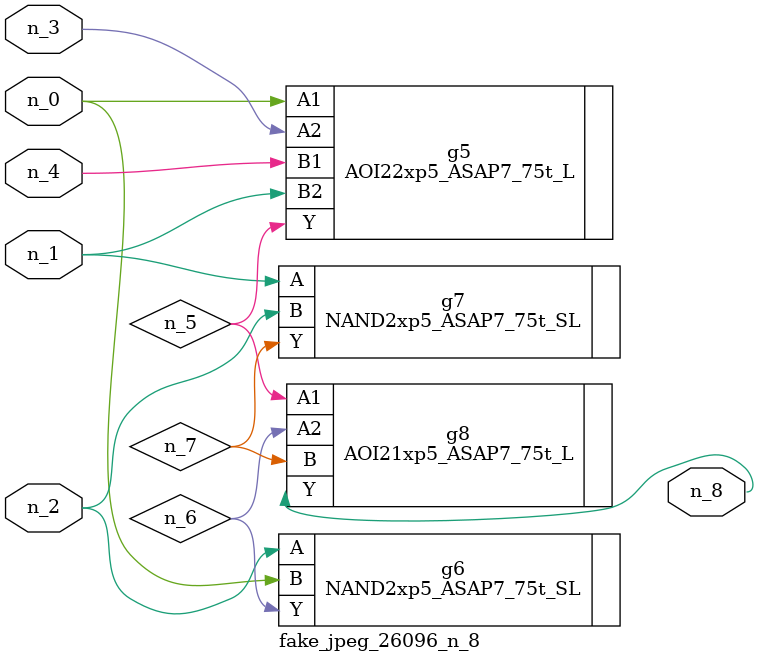
<source format=v>
module fake_jpeg_26096_n_8 (n_3, n_2, n_1, n_0, n_4, n_8);

input n_3;
input n_2;
input n_1;
input n_0;
input n_4;

output n_8;

wire n_6;
wire n_5;
wire n_7;

AOI22xp5_ASAP7_75t_L g5 ( 
.A1(n_0),
.A2(n_3),
.B1(n_4),
.B2(n_1),
.Y(n_5)
);

NAND2xp5_ASAP7_75t_SL g6 ( 
.A(n_2),
.B(n_0),
.Y(n_6)
);

NAND2xp5_ASAP7_75t_SL g7 ( 
.A(n_1),
.B(n_2),
.Y(n_7)
);

AOI21xp5_ASAP7_75t_L g8 ( 
.A1(n_5),
.A2(n_6),
.B(n_7),
.Y(n_8)
);


endmodule
</source>
